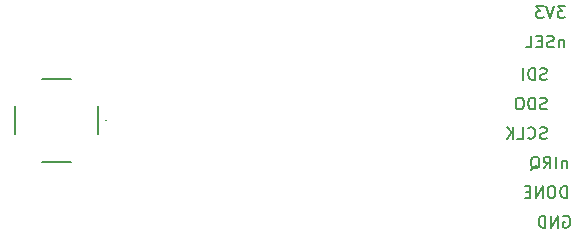
<source format=gbr>
%TF.GenerationSoftware,KiCad,Pcbnew,8.0.8*%
%TF.CreationDate,2025-03-29T16:24:55+01:00*%
%TF.ProjectId,rf,72662e6b-6963-4616-945f-706362585858,rev?*%
%TF.SameCoordinates,PX55d4a80PY8044ea0*%
%TF.FileFunction,Legend,Bot*%
%TF.FilePolarity,Positive*%
%FSLAX46Y46*%
G04 Gerber Fmt 4.6, Leading zero omitted, Abs format (unit mm)*
G04 Created by KiCad (PCBNEW 8.0.8) date 2025-03-29 16:24:55*
%MOMM*%
%LPD*%
G01*
G04 APERTURE LIST*
%ADD10C,0.150000*%
%ADD11C,0.200000*%
%ADD12C,0.100000*%
G04 APERTURE END LIST*
D10*
X80913220Y47880181D02*
X80913220Y48880181D01*
X80913220Y48880181D02*
X80675125Y48880181D01*
X80675125Y48880181D02*
X80532268Y48832562D01*
X80532268Y48832562D02*
X80437030Y48737324D01*
X80437030Y48737324D02*
X80389411Y48642086D01*
X80389411Y48642086D02*
X80341792Y48451610D01*
X80341792Y48451610D02*
X80341792Y48308753D01*
X80341792Y48308753D02*
X80389411Y48118277D01*
X80389411Y48118277D02*
X80437030Y48023039D01*
X80437030Y48023039D02*
X80532268Y47927800D01*
X80532268Y47927800D02*
X80675125Y47880181D01*
X80675125Y47880181D02*
X80913220Y47880181D01*
X79722744Y48880181D02*
X79532268Y48880181D01*
X79532268Y48880181D02*
X79437030Y48832562D01*
X79437030Y48832562D02*
X79341792Y48737324D01*
X79341792Y48737324D02*
X79294173Y48546848D01*
X79294173Y48546848D02*
X79294173Y48213515D01*
X79294173Y48213515D02*
X79341792Y48023039D01*
X79341792Y48023039D02*
X79437030Y47927800D01*
X79437030Y47927800D02*
X79532268Y47880181D01*
X79532268Y47880181D02*
X79722744Y47880181D01*
X79722744Y47880181D02*
X79817982Y47927800D01*
X79817982Y47927800D02*
X79913220Y48023039D01*
X79913220Y48023039D02*
X79960839Y48213515D01*
X79960839Y48213515D02*
X79960839Y48546848D01*
X79960839Y48546848D02*
X79913220Y48737324D01*
X79913220Y48737324D02*
X79817982Y48832562D01*
X79817982Y48832562D02*
X79722744Y48880181D01*
X78865601Y47880181D02*
X78865601Y48880181D01*
X78865601Y48880181D02*
X78294173Y47880181D01*
X78294173Y47880181D02*
X78294173Y48880181D01*
X77817982Y48403991D02*
X77484649Y48403991D01*
X77341792Y47880181D02*
X77817982Y47880181D01*
X77817982Y47880181D02*
X77817982Y48880181D01*
X77817982Y48880181D02*
X77341792Y48880181D01*
X80639411Y46332562D02*
X80734649Y46380181D01*
X80734649Y46380181D02*
X80877506Y46380181D01*
X80877506Y46380181D02*
X81020363Y46332562D01*
X81020363Y46332562D02*
X81115601Y46237324D01*
X81115601Y46237324D02*
X81163220Y46142086D01*
X81163220Y46142086D02*
X81210839Y45951610D01*
X81210839Y45951610D02*
X81210839Y45808753D01*
X81210839Y45808753D02*
X81163220Y45618277D01*
X81163220Y45618277D02*
X81115601Y45523039D01*
X81115601Y45523039D02*
X81020363Y45427800D01*
X81020363Y45427800D02*
X80877506Y45380181D01*
X80877506Y45380181D02*
X80782268Y45380181D01*
X80782268Y45380181D02*
X80639411Y45427800D01*
X80639411Y45427800D02*
X80591792Y45475420D01*
X80591792Y45475420D02*
X80591792Y45808753D01*
X80591792Y45808753D02*
X80782268Y45808753D01*
X80163220Y45380181D02*
X80163220Y46380181D01*
X80163220Y46380181D02*
X79591792Y45380181D01*
X79591792Y45380181D02*
X79591792Y46380181D01*
X79115601Y45380181D02*
X79115601Y46380181D01*
X79115601Y46380181D02*
X78877506Y46380181D01*
X78877506Y46380181D02*
X78734649Y46332562D01*
X78734649Y46332562D02*
X78639411Y46237324D01*
X78639411Y46237324D02*
X78591792Y46142086D01*
X78591792Y46142086D02*
X78544173Y45951610D01*
X78544173Y45951610D02*
X78544173Y45808753D01*
X78544173Y45808753D02*
X78591792Y45618277D01*
X78591792Y45618277D02*
X78639411Y45523039D01*
X78639411Y45523039D02*
X78734649Y45427800D01*
X78734649Y45427800D02*
X78877506Y45380181D01*
X78877506Y45380181D02*
X79115601Y45380181D01*
X80663220Y61296848D02*
X80663220Y60630181D01*
X80663220Y61201610D02*
X80615601Y61249229D01*
X80615601Y61249229D02*
X80520363Y61296848D01*
X80520363Y61296848D02*
X80377506Y61296848D01*
X80377506Y61296848D02*
X80282268Y61249229D01*
X80282268Y61249229D02*
X80234649Y61153991D01*
X80234649Y61153991D02*
X80234649Y60630181D01*
X79806077Y60677800D02*
X79663220Y60630181D01*
X79663220Y60630181D02*
X79425125Y60630181D01*
X79425125Y60630181D02*
X79329887Y60677800D01*
X79329887Y60677800D02*
X79282268Y60725420D01*
X79282268Y60725420D02*
X79234649Y60820658D01*
X79234649Y60820658D02*
X79234649Y60915896D01*
X79234649Y60915896D02*
X79282268Y61011134D01*
X79282268Y61011134D02*
X79329887Y61058753D01*
X79329887Y61058753D02*
X79425125Y61106372D01*
X79425125Y61106372D02*
X79615601Y61153991D01*
X79615601Y61153991D02*
X79710839Y61201610D01*
X79710839Y61201610D02*
X79758458Y61249229D01*
X79758458Y61249229D02*
X79806077Y61344467D01*
X79806077Y61344467D02*
X79806077Y61439705D01*
X79806077Y61439705D02*
X79758458Y61534943D01*
X79758458Y61534943D02*
X79710839Y61582562D01*
X79710839Y61582562D02*
X79615601Y61630181D01*
X79615601Y61630181D02*
X79377506Y61630181D01*
X79377506Y61630181D02*
X79234649Y61582562D01*
X78806077Y61153991D02*
X78472744Y61153991D01*
X78329887Y60630181D02*
X78806077Y60630181D01*
X78806077Y60630181D02*
X78806077Y61630181D01*
X78806077Y61630181D02*
X78329887Y61630181D01*
X77425125Y60630181D02*
X77901315Y60630181D01*
X77901315Y60630181D02*
X77901315Y61630181D01*
X79210839Y52927800D02*
X79067982Y52880181D01*
X79067982Y52880181D02*
X78829887Y52880181D01*
X78829887Y52880181D02*
X78734649Y52927800D01*
X78734649Y52927800D02*
X78687030Y52975420D01*
X78687030Y52975420D02*
X78639411Y53070658D01*
X78639411Y53070658D02*
X78639411Y53165896D01*
X78639411Y53165896D02*
X78687030Y53261134D01*
X78687030Y53261134D02*
X78734649Y53308753D01*
X78734649Y53308753D02*
X78829887Y53356372D01*
X78829887Y53356372D02*
X79020363Y53403991D01*
X79020363Y53403991D02*
X79115601Y53451610D01*
X79115601Y53451610D02*
X79163220Y53499229D01*
X79163220Y53499229D02*
X79210839Y53594467D01*
X79210839Y53594467D02*
X79210839Y53689705D01*
X79210839Y53689705D02*
X79163220Y53784943D01*
X79163220Y53784943D02*
X79115601Y53832562D01*
X79115601Y53832562D02*
X79020363Y53880181D01*
X79020363Y53880181D02*
X78782268Y53880181D01*
X78782268Y53880181D02*
X78639411Y53832562D01*
X77639411Y52975420D02*
X77687030Y52927800D01*
X77687030Y52927800D02*
X77829887Y52880181D01*
X77829887Y52880181D02*
X77925125Y52880181D01*
X77925125Y52880181D02*
X78067982Y52927800D01*
X78067982Y52927800D02*
X78163220Y53023039D01*
X78163220Y53023039D02*
X78210839Y53118277D01*
X78210839Y53118277D02*
X78258458Y53308753D01*
X78258458Y53308753D02*
X78258458Y53451610D01*
X78258458Y53451610D02*
X78210839Y53642086D01*
X78210839Y53642086D02*
X78163220Y53737324D01*
X78163220Y53737324D02*
X78067982Y53832562D01*
X78067982Y53832562D02*
X77925125Y53880181D01*
X77925125Y53880181D02*
X77829887Y53880181D01*
X77829887Y53880181D02*
X77687030Y53832562D01*
X77687030Y53832562D02*
X77639411Y53784943D01*
X76734649Y52880181D02*
X77210839Y52880181D01*
X77210839Y52880181D02*
X77210839Y53880181D01*
X76401315Y52880181D02*
X76401315Y53880181D01*
X75829887Y52880181D02*
X76258458Y53451610D01*
X75829887Y53880181D02*
X76401315Y53308753D01*
X79210839Y57927800D02*
X79067982Y57880181D01*
X79067982Y57880181D02*
X78829887Y57880181D01*
X78829887Y57880181D02*
X78734649Y57927800D01*
X78734649Y57927800D02*
X78687030Y57975420D01*
X78687030Y57975420D02*
X78639411Y58070658D01*
X78639411Y58070658D02*
X78639411Y58165896D01*
X78639411Y58165896D02*
X78687030Y58261134D01*
X78687030Y58261134D02*
X78734649Y58308753D01*
X78734649Y58308753D02*
X78829887Y58356372D01*
X78829887Y58356372D02*
X79020363Y58403991D01*
X79020363Y58403991D02*
X79115601Y58451610D01*
X79115601Y58451610D02*
X79163220Y58499229D01*
X79163220Y58499229D02*
X79210839Y58594467D01*
X79210839Y58594467D02*
X79210839Y58689705D01*
X79210839Y58689705D02*
X79163220Y58784943D01*
X79163220Y58784943D02*
X79115601Y58832562D01*
X79115601Y58832562D02*
X79020363Y58880181D01*
X79020363Y58880181D02*
X78782268Y58880181D01*
X78782268Y58880181D02*
X78639411Y58832562D01*
X78210839Y57880181D02*
X78210839Y58880181D01*
X78210839Y58880181D02*
X77972744Y58880181D01*
X77972744Y58880181D02*
X77829887Y58832562D01*
X77829887Y58832562D02*
X77734649Y58737324D01*
X77734649Y58737324D02*
X77687030Y58642086D01*
X77687030Y58642086D02*
X77639411Y58451610D01*
X77639411Y58451610D02*
X77639411Y58308753D01*
X77639411Y58308753D02*
X77687030Y58118277D01*
X77687030Y58118277D02*
X77734649Y58023039D01*
X77734649Y58023039D02*
X77829887Y57927800D01*
X77829887Y57927800D02*
X77972744Y57880181D01*
X77972744Y57880181D02*
X78210839Y57880181D01*
X77210839Y57880181D02*
X77210839Y58880181D01*
X80758458Y64130181D02*
X80139411Y64130181D01*
X80139411Y64130181D02*
X80472744Y63749229D01*
X80472744Y63749229D02*
X80329887Y63749229D01*
X80329887Y63749229D02*
X80234649Y63701610D01*
X80234649Y63701610D02*
X80187030Y63653991D01*
X80187030Y63653991D02*
X80139411Y63558753D01*
X80139411Y63558753D02*
X80139411Y63320658D01*
X80139411Y63320658D02*
X80187030Y63225420D01*
X80187030Y63225420D02*
X80234649Y63177800D01*
X80234649Y63177800D02*
X80329887Y63130181D01*
X80329887Y63130181D02*
X80615601Y63130181D01*
X80615601Y63130181D02*
X80710839Y63177800D01*
X80710839Y63177800D02*
X80758458Y63225420D01*
X79853696Y64130181D02*
X79520363Y63130181D01*
X79520363Y63130181D02*
X79187030Y64130181D01*
X78948934Y64130181D02*
X78329887Y64130181D01*
X78329887Y64130181D02*
X78663220Y63749229D01*
X78663220Y63749229D02*
X78520363Y63749229D01*
X78520363Y63749229D02*
X78425125Y63701610D01*
X78425125Y63701610D02*
X78377506Y63653991D01*
X78377506Y63653991D02*
X78329887Y63558753D01*
X78329887Y63558753D02*
X78329887Y63320658D01*
X78329887Y63320658D02*
X78377506Y63225420D01*
X78377506Y63225420D02*
X78425125Y63177800D01*
X78425125Y63177800D02*
X78520363Y63130181D01*
X78520363Y63130181D02*
X78806077Y63130181D01*
X78806077Y63130181D02*
X78901315Y63177800D01*
X78901315Y63177800D02*
X78948934Y63225420D01*
X80913220Y51046848D02*
X80913220Y50380181D01*
X80913220Y50951610D02*
X80865601Y50999229D01*
X80865601Y50999229D02*
X80770363Y51046848D01*
X80770363Y51046848D02*
X80627506Y51046848D01*
X80627506Y51046848D02*
X80532268Y50999229D01*
X80532268Y50999229D02*
X80484649Y50903991D01*
X80484649Y50903991D02*
X80484649Y50380181D01*
X80008458Y50380181D02*
X80008458Y51380181D01*
X78960840Y50380181D02*
X79294173Y50856372D01*
X79532268Y50380181D02*
X79532268Y51380181D01*
X79532268Y51380181D02*
X79151316Y51380181D01*
X79151316Y51380181D02*
X79056078Y51332562D01*
X79056078Y51332562D02*
X79008459Y51284943D01*
X79008459Y51284943D02*
X78960840Y51189705D01*
X78960840Y51189705D02*
X78960840Y51046848D01*
X78960840Y51046848D02*
X79008459Y50951610D01*
X79008459Y50951610D02*
X79056078Y50903991D01*
X79056078Y50903991D02*
X79151316Y50856372D01*
X79151316Y50856372D02*
X79532268Y50856372D01*
X77865602Y50284943D02*
X77960840Y50332562D01*
X77960840Y50332562D02*
X78056078Y50427800D01*
X78056078Y50427800D02*
X78198935Y50570658D01*
X78198935Y50570658D02*
X78294173Y50618277D01*
X78294173Y50618277D02*
X78389411Y50618277D01*
X78341792Y50380181D02*
X78437030Y50427800D01*
X78437030Y50427800D02*
X78532268Y50523039D01*
X78532268Y50523039D02*
X78579887Y50713515D01*
X78579887Y50713515D02*
X78579887Y51046848D01*
X78579887Y51046848D02*
X78532268Y51237324D01*
X78532268Y51237324D02*
X78437030Y51332562D01*
X78437030Y51332562D02*
X78341792Y51380181D01*
X78341792Y51380181D02*
X78151316Y51380181D01*
X78151316Y51380181D02*
X78056078Y51332562D01*
X78056078Y51332562D02*
X77960840Y51237324D01*
X77960840Y51237324D02*
X77913221Y51046848D01*
X77913221Y51046848D02*
X77913221Y50713515D01*
X77913221Y50713515D02*
X77960840Y50523039D01*
X77960840Y50523039D02*
X78056078Y50427800D01*
X78056078Y50427800D02*
X78151316Y50380181D01*
X78151316Y50380181D02*
X78341792Y50380181D01*
X79210839Y55427800D02*
X79067982Y55380181D01*
X79067982Y55380181D02*
X78829887Y55380181D01*
X78829887Y55380181D02*
X78734649Y55427800D01*
X78734649Y55427800D02*
X78687030Y55475420D01*
X78687030Y55475420D02*
X78639411Y55570658D01*
X78639411Y55570658D02*
X78639411Y55665896D01*
X78639411Y55665896D02*
X78687030Y55761134D01*
X78687030Y55761134D02*
X78734649Y55808753D01*
X78734649Y55808753D02*
X78829887Y55856372D01*
X78829887Y55856372D02*
X79020363Y55903991D01*
X79020363Y55903991D02*
X79115601Y55951610D01*
X79115601Y55951610D02*
X79163220Y55999229D01*
X79163220Y55999229D02*
X79210839Y56094467D01*
X79210839Y56094467D02*
X79210839Y56189705D01*
X79210839Y56189705D02*
X79163220Y56284943D01*
X79163220Y56284943D02*
X79115601Y56332562D01*
X79115601Y56332562D02*
X79020363Y56380181D01*
X79020363Y56380181D02*
X78782268Y56380181D01*
X78782268Y56380181D02*
X78639411Y56332562D01*
X78210839Y55380181D02*
X78210839Y56380181D01*
X78210839Y56380181D02*
X77972744Y56380181D01*
X77972744Y56380181D02*
X77829887Y56332562D01*
X77829887Y56332562D02*
X77734649Y56237324D01*
X77734649Y56237324D02*
X77687030Y56142086D01*
X77687030Y56142086D02*
X77639411Y55951610D01*
X77639411Y55951610D02*
X77639411Y55808753D01*
X77639411Y55808753D02*
X77687030Y55618277D01*
X77687030Y55618277D02*
X77734649Y55523039D01*
X77734649Y55523039D02*
X77829887Y55427800D01*
X77829887Y55427800D02*
X77972744Y55380181D01*
X77972744Y55380181D02*
X78210839Y55380181D01*
X77020363Y56380181D02*
X76829887Y56380181D01*
X76829887Y56380181D02*
X76734649Y56332562D01*
X76734649Y56332562D02*
X76639411Y56237324D01*
X76639411Y56237324D02*
X76591792Y56046848D01*
X76591792Y56046848D02*
X76591792Y55713515D01*
X76591792Y55713515D02*
X76639411Y55523039D01*
X76639411Y55523039D02*
X76734649Y55427800D01*
X76734649Y55427800D02*
X76829887Y55380181D01*
X76829887Y55380181D02*
X77020363Y55380181D01*
X77020363Y55380181D02*
X77115601Y55427800D01*
X77115601Y55427800D02*
X77210839Y55523039D01*
X77210839Y55523039D02*
X77258458Y55713515D01*
X77258458Y55713515D02*
X77258458Y56046848D01*
X77258458Y56046848D02*
X77210839Y56237324D01*
X77210839Y56237324D02*
X77115601Y56332562D01*
X77115601Y56332562D02*
X77020363Y56380181D01*
D11*
%TO.C,J5*%
X34210000Y53260000D02*
X34210000Y55660000D01*
X36510000Y57960000D02*
X38910000Y57960000D01*
X36510000Y50960000D02*
X38910000Y50960000D01*
X41210000Y53260000D02*
X41210000Y55660000D01*
D12*
X41810000Y54460000D02*
X41810000Y54460000D01*
X41910000Y54460000D02*
X41910000Y54460000D01*
X41810000Y54460000D02*
G75*
G02*
X41910000Y54460000I50000J0D01*
G01*
X41910000Y54460000D02*
G75*
G02*
X41810000Y54460000I-50000J0D01*
G01*
%TD*%
M02*

</source>
